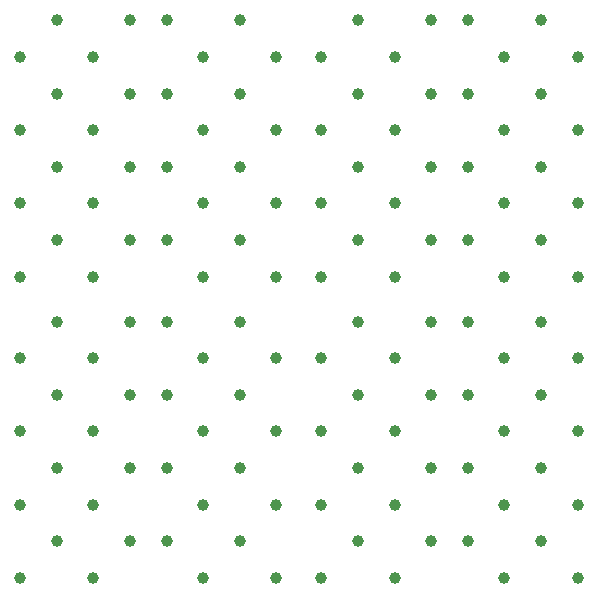
<source format=gbr>
%TF.GenerationSoftware,KiCad,Pcbnew,(5.1.9-0-10_14)*%
%TF.CreationDate,2021-05-13T13:43:24-04:00*%
%TF.ProjectId,SiPM_Board_RevC,5369504d-5f42-46f6-9172-645f52657643,rev?*%
%TF.SameCoordinates,Original*%
%TF.FileFunction,Soldermask,Top*%
%TF.FilePolarity,Negative*%
%FSLAX46Y46*%
G04 Gerber Fmt 4.6, Leading zero omitted, Abs format (unit mm)*
G04 Created by KiCad (PCBNEW (5.1.9-0-10_14)) date 2021-05-13 13:43:24*
%MOMM*%
%LPD*%
G01*
G04 APERTURE LIST*
%ADD10C,1.000000*%
G04 APERTURE END LIST*
D10*
%TO.C,U4*%
X151950000Y-85750000D03*
X151950000Y-79550000D03*
X155050000Y-82650000D03*
X155050000Y-76450000D03*
X158150000Y-85750000D03*
X161250000Y-82650000D03*
X158150000Y-79550000D03*
X161250000Y-76450000D03*
X173650000Y-79550000D03*
X170550000Y-76450000D03*
X167450000Y-79550000D03*
X164350000Y-76450000D03*
X173650000Y-85750000D03*
X170550000Y-82650000D03*
X167450000Y-85750000D03*
X164350000Y-82650000D03*
X167450000Y-98150000D03*
X173650000Y-98150000D03*
X170550000Y-95050000D03*
X164350000Y-95050000D03*
X173650000Y-91950000D03*
X170550000Y-88850000D03*
X167450000Y-91950000D03*
X164350000Y-88850000D03*
X151950000Y-98150000D03*
X151950000Y-91950000D03*
X155050000Y-88850000D03*
X158150000Y-98150000D03*
X155050000Y-95050000D03*
X161250000Y-95050000D03*
X158150000Y-91950000D03*
X161250000Y-88850000D03*
%TD*%
%TO.C,U5*%
X161250000Y-114350000D03*
X158150000Y-117450000D03*
X161250000Y-120550000D03*
X155050000Y-120550000D03*
X158150000Y-123650000D03*
X155050000Y-114350000D03*
X151950000Y-117450000D03*
X151950000Y-123650000D03*
X164350000Y-114350000D03*
X167450000Y-117450000D03*
X170550000Y-114350000D03*
X173650000Y-117450000D03*
X164350000Y-120550000D03*
X170550000Y-120550000D03*
X173650000Y-123650000D03*
X167450000Y-123650000D03*
X164350000Y-108150000D03*
X167450000Y-111250000D03*
X170550000Y-108150000D03*
X173650000Y-111250000D03*
X164350000Y-101950000D03*
X167450000Y-105050000D03*
X170550000Y-101950000D03*
X173650000Y-105050000D03*
X161250000Y-101950000D03*
X158150000Y-105050000D03*
X161250000Y-108150000D03*
X158150000Y-111250000D03*
X155050000Y-101950000D03*
X155050000Y-108150000D03*
X151950000Y-105050000D03*
X151950000Y-111250000D03*
%TD*%
%TO.C,U2*%
X126450000Y-85750000D03*
X126450000Y-79550000D03*
X129550000Y-82650000D03*
X129550000Y-76450000D03*
X132650000Y-85750000D03*
X135750000Y-82650000D03*
X132650000Y-79550000D03*
X135750000Y-76450000D03*
X148150000Y-79550000D03*
X145050000Y-76450000D03*
X141950000Y-79550000D03*
X138850000Y-76450000D03*
X148150000Y-85750000D03*
X145050000Y-82650000D03*
X141950000Y-85750000D03*
X138850000Y-82650000D03*
X141950000Y-98150000D03*
X148150000Y-98150000D03*
X145050000Y-95050000D03*
X138850000Y-95050000D03*
X148150000Y-91950000D03*
X145050000Y-88850000D03*
X141950000Y-91950000D03*
X138850000Y-88850000D03*
X126450000Y-98150000D03*
X126450000Y-91950000D03*
X129550000Y-88850000D03*
X132650000Y-98150000D03*
X129550000Y-95050000D03*
X135750000Y-95050000D03*
X132650000Y-91950000D03*
X135750000Y-88850000D03*
%TD*%
%TO.C,U3*%
X135750000Y-114350000D03*
X132650000Y-117450000D03*
X135750000Y-120550000D03*
X129550000Y-120550000D03*
X132650000Y-123650000D03*
X129550000Y-114350000D03*
X126450000Y-117450000D03*
X126450000Y-123650000D03*
X138850000Y-114350000D03*
X141950000Y-117450000D03*
X145050000Y-114350000D03*
X148150000Y-117450000D03*
X138850000Y-120550000D03*
X145050000Y-120550000D03*
X148150000Y-123650000D03*
X141950000Y-123650000D03*
X138850000Y-108150000D03*
X141950000Y-111250000D03*
X145050000Y-108150000D03*
X148150000Y-111250000D03*
X138850000Y-101950000D03*
X141950000Y-105050000D03*
X145050000Y-101950000D03*
X148150000Y-105050000D03*
X135750000Y-101950000D03*
X132650000Y-105050000D03*
X135750000Y-108150000D03*
X132650000Y-111250000D03*
X129550000Y-101950000D03*
X129550000Y-108150000D03*
X126450000Y-105050000D03*
X126450000Y-111250000D03*
%TD*%
M02*

</source>
